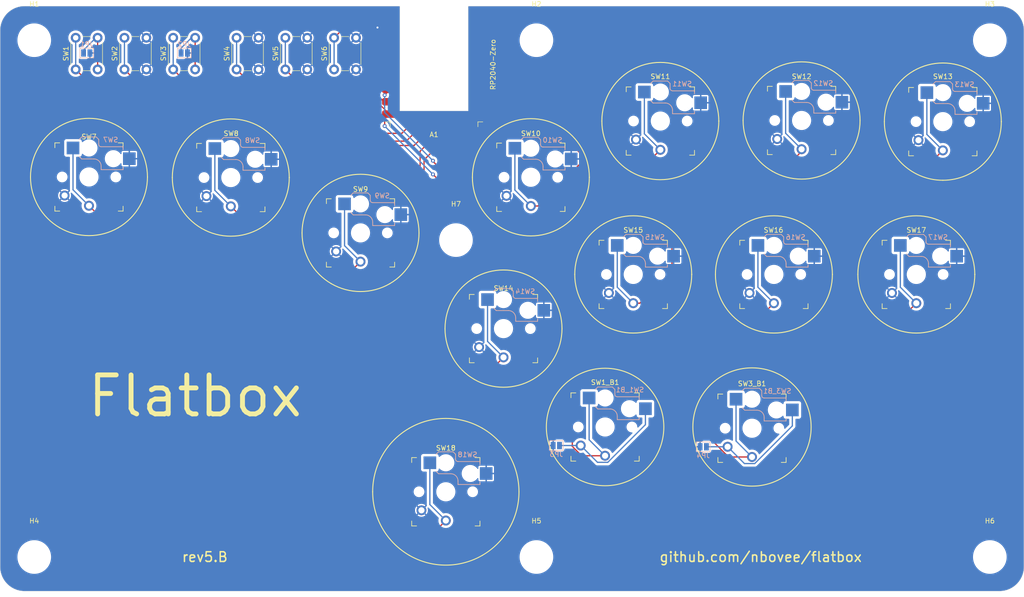
<source format=kicad_pcb>
(kicad_pcb (version 20221018) (generator pcbnew)
  (layers (0 "F.Cu" signal) (31 "B.Cu" signal) (34 "B.Paste" user) (35 "F.Paste" user) (36 "B.SilkS" user "B.Silkscreen") (37 "F.SilkS" user "F.Silkscreen") (38 "B.Mask" user) (39 "F.Mask" user) (44 "Edge.Cuts" user))
  (net 0 "")
  (net 1 "GND")
  (net 2 "LEFT")
  (net 3 "DOWN")
  (net 4 "RIGHT")
  (net 5 "UP")
  (net 6 "L1")
  (net 7 "R1")
  (net 8 "TRIANGLE")
  (net 9 "SQUARE")
  (net 10 "CIRCLE")
  (net 11 "CROSS")
  (net 12 "R2")
  (net 13 "L2")
  (net 14 "OPT2")
  (net 17 "L3")
  (net 18 "R3")
  (net 21 "SELECT")
  (net 22 "HOME")
  (net 23 "START")
  (net 24 "Net-(JP1-B)")
  (net 25 "Net-(JP2-B)")
  (net 26 "Net-(JP3-B)")
  (net 27 "Net-(JP4-B)")
  (footprint "Kailh:Kailh_socket_PG1350_optional" (layer "F.Cu") (at 87.32 65.17)
    (fp_text reference "SW8")
    (fp_text value "SW_Push")
  )
  (footprint "Kailh:Kailh_socket_PG1350_optional" (layer "F.Cu") (at 113.92 76.52)
    (fp_text reference "SW9")
    (fp_text value "SW_Push")
  )
  (footprint "Kailh:Kailh_socket_PG1350_optional" (layer "F.Cu") (at 131.42 129.62)
    (fp_text reference "SW18")
    (fp_text value "SW_Push")
  )
  (footprint "Kailh:Kailh_socket_PG1350_optional" (layer "F.Cu") (at 148.86 65.11)
    (fp_text reference "SW10")
    (fp_text value "SW_Push")
  )
  (footprint "Kailh:Kailh_socket_PG1350_optional" (layer "F.Cu") (at 175.42 53.58)
    (fp_text reference "SW11")
    (fp_text value "SW_Push")
  )
  (footprint "Kailh:Kailh_socket_PG1350_optional" (layer "F.Cu") (at 204.39 53.46)
    (fp_text reference "SW12")
    (fp_text value "SW_Push")
  )
  (footprint "Kailh:Kailh_socket_PG1350_optional" (layer "F.Cu") (at 233.36 53.7)
    (fp_text reference "SW13")
    (fp_text value "SW_Push")
  )
  (footprint "Kailh:Kailh_socket_PG1350_optional" (layer "F.Cu") (at 143.25 96.15)
    (fp_text reference "SW14")
    (fp_text value "SW_Push")
  )
  (footprint "Kailh:Kailh_socket_PG1350_optional" (layer "F.Cu") (at 169.86 85.04)
    (fp_text reference "SW15")
    (fp_text value "SW_Push")
  )
  (footprint "Kailh:Kailh_socket_PG1350_optional" (layer "F.Cu") (at 198.71 85.04)
    (fp_text reference "SW16")
    (fp_text value "SW_Push")
  )
  (footprint "Kailh:Kailh_socket_PG1350_optional" (layer "F.Cu") (at 227.92 85.04)
    (fp_text reference "SW17")
    (fp_text value "SW_Push")
  )
  (footprint "MountingHole:MountingHole_6.4mm_M6" (layer "F.Cu") (at 47 37)
    (fp_text reference "H1")
    (fp_text value "MountingHole")
  )
  (footprint "MountingHole:MountingHole_6.4mm_M6" (layer "F.Cu") (at 47 143)
    (fp_text reference "H4")
    (fp_text value "MountingHole")
  )
  (footprint "MountingHole:MountingHole_6.4mm_M6" (layer "F.Cu") (at 243 143)
    (fp_text reference "H6")
    (fp_text value "MountingHole")
  )
  (footprint "MountingHole:MountingHole_6.4mm_M6" (layer "F.Cu") (at 243 37)
    (fp_text reference "H3")
    (fp_text value "MountingHole")
  )
  (footprint "Kailh:Kailh_socket_PG1350_optional" (layer "F.Cu") (at 58.225 65.05)
    (fp_text reference "SW7")
    (fp_text value "SW_Push")
  )
  (footprint "MountingHole:MountingHole_6.4mm_M6" (layer "F.Cu") (at 150 37)
    (fp_text reference "H2")
    (fp_text value "MountingHole")
  )
  (footprint "Button_Switch_THT:SW_PUSH_6mm_H5mm" (layer "F.Cu") (at 88.5 43 90)
    (fp_text reference "SW4")
    (fp_text value "SW_Push")
  )
  (footprint "Button_Switch_THT:SW_PUSH_6mm_H5mm" (layer "F.Cu") (at 65.5 43 90)
    (fp_text reference "SW2")
    (fp_text value "SW_Push")
  )
  (footprint "Button_Switch_THT:SW_PUSH_6mm_H5mm" (layer "F.Cu") (at 98.5 43 90)
    (fp_text reference "SW5")
    (fp_text value "SW_Push")
  )
  (footprint "Kailh:Kailh_socket_PG1350_optional" (layer "F.Cu") (at 164.084 116.332)
    (fp_text reference "SW1_B1")
    (fp_text value "SW_Push")
  )
  (footprint "Kailh:Kailh_socket_PG1350_optional" (layer "F.Cu") (at 194.218111 116.586)
    (fp_text reference "SW3_B1")
    (fp_text value "SW_Push")
  )
  (footprint "Button_Switch_THT:SW_PUSH_6mm_H5mm" (layer "F.Cu") (at 108.5 43 90)
    (fp_text reference "SW6")
    (fp_text value "SW_Push")
  )
  (footprint "MountingHole:MountingHole_6.4mm_M6" (layer "F.Cu") (at 133.5 78)
    (fp_text reference "H7")
    (fp_text value "MountingHole")
  )
  (footprint "MountingHole:MountingHole_6.4mm_M6" (layer "F.Cu") (at 150 143)
    (fp_text reference "H5")
    (fp_text value "MountingHole")
  )
  (footprint "RP2040-Zero:RP2040-Zero" (layer "F.Cu") (at 129 42)
    (fp_text reference "A1")
    (fp_text value "RP2040-Zero")
  )
  (footprint "Button_Switch_THT:SW_PUSH_6mm_H5mm" (layer "F.Cu") (at 75.5 43 90)
    (fp_text reference "SW3")
    (fp_text value "SW_Push")
  )
  (footprint "Button_Switch_THT:SW_PUSH_6mm_H5mm" (layer "F.Cu") (at 55.5 43 90)
    (fp_text reference "SW1")
    (fp_text value "SW_Push")
  )
  (footprint "Jumper:SolderJumper-2_P1.3mm_Open_Pad1.0x1.5mm" (layer "B.Cu") (at 154.084 120.132)
    (fp_text reference "JP3")
    (fp_text value "SW1B_JP")
  )
  (footprint "Jumper:SolderJumper-2_P1.3mm_Open_Pad1.0x1.5mm" (layer "B.Cu") (at 57.77 39.624 180)
    (fp_text reference "JP1")
    (fp_text value "SW1_JP")
  )
  (footprint "Jumper:SolderJumper-2_P1.3mm_Open_Pad1.0x1.5mm" (layer "B.Cu") (at 184.218111 120.386)
    (fp_text reference "JP4")
    (fp_text value "SW3B_JP")
  )
  (footprint "Jumper:SolderJumper-2_P1.3mm_Open_Pad1.0x1.5mm" (layer "B.Cu") (at 77.77 39.624 180)
    (fp_text reference "JP2")
    (fp_text value "SW3_JP")
  )
  (gr_line (start 216.382567 53.463258) (end 216.382567 53.463258) (stroke (width 0.2)) (layer "F.SilkS"))
  (gr_circle (center 164.084 116.332) (end 176.132278 116.332) (stroke (width 0.2)) (fill none) (layer "F.SilkS"))
  (gr_line (start 245.355098 53.699766) (end 245.355098 53.699766) (stroke (width 0.2)) (layer "F.SilkS"))
  (gr_curve (pts (xy 75.320345 65.17053) (xy 75.320345 60.873617) (xy 77.606529 56.903105) (xy 81.317714 54.754648)) (stroke (width 0.2)) (layer "F.SilkS"))
  (gr_curve (pts (xy 93.312452 54.754648) (xy 97.023636 56.903105) (xy 99.309821 60.873617) (xy 99.309821 65.17053)) (stroke (width 0.2)) (layer "F.SilkS"))
  (gr_curve (pts (xy 181.412661 63.9974) (xy 177.701476 66.145857) (xy 173.129108 66.145857) (xy 169.417923 63.9974)) (stroke (width 0.2)) (layer "F.SilkS"))
  (gr_curve (pts (xy 233.918028 74.621539) (xy 237.629213 76.769996) (xy 239.915397 80.740507) (xy 239.915397 85.037421)) (stroke (width 0.2)) (layer "F.SilkS"))
  (gr_line (start 187.41003 53.581518) (end 187.41003 53.581518) (stroke (width 0.2)) (layer "F.SilkS"))
  (gr_curve (pts (xy 233.918028 95.453303) (xy 230.206843 97.601759) (xy 225.634475 97.601759) (xy 221.92329 95.453303)) (stroke (width 0.2)) (layer "F.SilkS"))
  (gr_curve (pts (xy 123.913745 142.649412) (xy 119.271238 139.9618) (xy 116.411337 134.994889) (xy 116.411337 129.619665)) (stroke (width 0.2)) (layer "F.SilkS"))
  (gr_curve (pts (xy 204.70893 95.453303) (xy 200.997745 97.601759) (xy 196.425377 97.601759) (xy 192.714192 95.453303)) (stroke (width 0.2)) (layer "F.SilkS"))
  (gr_curve (pts (xy 192.714192 74.621539) (xy 196.425377 72.473082) (xy 200.997745 72.473082) (xy 204.70893 74.621539)) (stroke (width 0.2)) (layer "F.SilkS"))
  (gr_curve (pts (xy 239.915397 85.037421) (xy 239.915397 89.334334) (xy 237.629213 93.304846) (xy 233.918028 95.453303)) (stroke (width 0.2)) (layer "F.SilkS"))
  (gr_curve (pts (xy 142.865684 75.530868) (xy 139.154499 73.382411) (xy 136.868315 69.4119) (xy 136.868315 65.114986)) (stroke (width 0.2)) (layer "F.SilkS"))
  (gr_curve (pts (xy 210.706299 85.037421) (xy 210.706299 89.334334) (xy 208.420115 93.304846) (xy 204.70893 95.453303)) (stroke (width 0.2)) (layer "F.SilkS"))
  (gr_curve (pts (xy 210.385198 43.047376) (xy 214.096383 45.195832) (xy 216.382567 49.166344) (xy 216.382567 53.463258)) (stroke (width 0.2)) (layer "F.SilkS"))
  (gr_line (start 181.852021 85.037421) (end 181.852021 85.037421) (stroke (width 0.2)) (layer "F.SilkS"))
  (gr_curve (pts (xy 221.92329 95.453303) (xy 218.212105 93.304846) (xy 215.925921 89.334334) (xy 215.925921 85.037421)) (stroke (width 0.2)) (layer "F.SilkS"))
  (gr_curve (pts (xy 93.312452 75.586412) (xy 89.601267 77.734869) (xy 85.028899 77.734869) (xy 81.317714 75.586412)) (stroke (width 0.2)) (layer "F.SilkS"))
  (gr_curve (pts (xy 175.854652 95.453303) (xy 172.143467 97.601759) (xy 167.571099 97.601759) (xy 163.859914 95.453303)) (stroke (width 0.2)) (layer "F.SilkS"))
  (gr_line (start 239.915397 85.037421) (end 239.915397 85.037421) (stroke (width 0.2)) (layer "F.SilkS"))
  (gr_curve (pts (xy 186.716823 85.037421) (xy 186.716823 80.740507) (xy 189.003008 76.769996) (xy 192.714192 74.621539)) (stroke (width 0.2)) (layer "F.SilkS"))
  (gr_curve (pts (xy 138.918561 142.649412) (xy 134.276055 145.337024) (xy 128.556251 145.337024) (xy 123.913745 142.649412)) (stroke (width 0.2)) (layer "F.SilkS"))
  (gr_curve (pts (xy 169.417923 43.165636) (xy 173.129108 41.01718) (xy 177.701476 41.01718) (xy 181.412661 43.165636)) (stroke (width 0.2)) (layer "F.SilkS"))
  (gr_curve (pts (xy 64.221646 54.636398) (xy 67.932831 56.784855) (xy 70.219015 60.755367) (xy 70.219015 65.05228)) (stroke (width 0.2)) (layer "F.SilkS"))
  (gr_curve (pts (xy 245.355098 53.699766) (xy 245.355097 60.342218) (xy 239.98487 65.72699) (xy 233.36036 65.72699)) (stroke (width 0.2)) (layer "F.SilkS"))
  (gr_curve (pts (xy 160.857791 65.114986) (xy 160.857791 69.4119) (xy 158.571607 73.382411) (xy 154.860422 75.530868)) (stroke (width 0.2)) (layer "F.SilkS"))
  (gr_curve (pts (xy 52.226909 54.636398) (xy 55.938093 52.487941) (xy 60.510462 52.487941) (xy 64.221646 54.636398)) (stroke (width 0.2)) (layer "F.SilkS"))
  (gr_curve (pts (xy 131.255108 96.153426) (xy 131.255108 91.856513) (xy 133.541293 87.886001) (xy 137.252477 85.737546)) (stroke (width 0.2)) (layer "F.SilkS"))
  (gr_curve (pts (xy 192.393091 53.463258) (xy 192.393091 49.166344) (xy 194.679275 45.195832) (xy 198.39046 43.047376)) (stroke (width 0.2)) (layer "F.SilkS"))
  (gr_curve (pts (xy 119.919904 86.938924) (xy 116.208719 89.08738) (xy 111.636351 89.08738) (xy 107.925166 86.938924)) (stroke (width 0.2)) (layer "F.SilkS"))
  (gr_curve (pts (xy 101.927798 76.523042) (xy 101.927798 72.226128) (xy 104.213982 68.255617) (xy 107.925166 66.10716)) (stroke (width 0.2)) (layer "F.SilkS"))
  (gr_curve (pts (xy 137.252477 85.737546) (xy 140.963662 83.589088) (xy 145.53603 83.589088) (xy 149.247215 85.737546)) (stroke (width 0.2)) (layer "F.SilkS"))
  (gr_curve (pts (xy 154.860422 54.699104) (xy 158.571607 56.847561) (xy 160.857791 60.818073) (xy 160.857791 65.114986)) (stroke (width 0.2)) (layer "F.SilkS"))
  (gr_curve (pts (xy 221.92329 74.621539) (xy 225.634475 72.473082) (xy 230.206843 72.473082) (xy 233.918028 74.621539)) (stroke (width 0.2)) (layer "F.SilkS"))
  (gr_line (start 155.244584 96.153426) (end 155.244584 96.153426) (stroke (width 0.2)) (layer "F.SilkS"))
  (gr_curve (pts (xy 181.852021 85.037421) (xy 181.852021 89.334334) (xy 179.565837 93.304846) (xy 175.854652 95.453303)) (stroke (width 0.2)) (layer "F.SilkS"))
  (gr_curve (pts (xy 138.918561 116.589918) (xy 143.561067 119.277529) (xy 146.420969 124.244441) (xy 146.420969 129.619665)) (stroke (width 0.2)) (layer "F.SilkS"))
  (gr_circle (center 194.218111 116.332) (end 206.349104 116.332) (stroke (width 0.2)) (fill none) (layer "F.SilkS"))
  (gr_curve (pts (xy 64.221646 75.468162) (xy 60.510462 77.616619) (xy 55.938093 77.616619) (xy 52.226909 75.468162)) (stroke (width 0.2)) (layer "F.SilkS"))
  (gr_curve (pts (xy 227.362991 43.283884) (xy 231.074176 41.135427) (xy 235.646544 41.135427) (xy 239.357729 43.283884)) (stroke (width 0.2)) (layer "F.SilkS"))
  (gr_curve (pts (xy 169.417923 63.9974) (xy 165.706739 61.848943) (xy 163.420555 57.878432) (xy 163.420555 53.581518)) (stroke (width 0.2)) (layer "F.SilkS"))
  (gr_curve (pts (xy 116.411337 129.619665) (xy 116.411337 124.244441) (xy 119.271238 119.277529) (xy 123.913745 116.589918)) (stroke (width 0.2)) (layer "F.SilkS"))
  (gr_line (start 160.857791 65.114986) (end 160.857791 65.114986) (stroke (width 0.2)) (layer "F.SilkS"))
  (gr_curve (pts (xy 149.247215 85.737546) (xy 152.9584 87.886001) (xy 155.244584 91.856513) (xy 155.244584 96.153426)) (stroke (width 0.2)) (layer "F.SilkS"))
  (gr_curve (pts (xy 215.925921 85.037421) (xy 215.925921 80.740507) (xy 218.212105 76.769996) (xy 221.92329 74.621539)) (stroke (width 0.2)) (layer "F.SilkS"))
  (gr_curve (pts (xy 163.859914 95.453303) (xy 160.148729 93.304846) (xy 157.862545 89.334334) (xy 157.862545 85.037421)) (stroke (width 0.2)) (layer "F.SilkS"))
  (gr_curve (pts (xy 181.412661 43.165636) (xy 185.123846 45.314093) (xy 187.41003 49.284605) (xy 187.41003 53.581518)) (stroke (width 0.2)) (layer "F.SilkS"))
  (gr_curve (pts (xy 163.859914 74.621539) (xy 167.571099 72.473082) (xy 172.143467 72.473082) (xy 175.854652 74.621539)) (stroke (width 0.2)) (layer "F.SilkS"))
  (gr_curve (pts (xy 239.357729 43.283884) (xy 243.068914 45.432341) (xy 245.355098 49.402853) (xy 245.355098 53.699766)) (stroke (width 0.2)) (layer "F.SilkS"))
  (gr_curve (pts (xy 70.219015 65.05228) (xy 70.219015 69.349193) (xy 67.932831 73.319705) (xy 64.221646 75.468162)) (stroke (width 0.2)) (layer "F.SilkS"))
  (gr_curve (pts (xy 163.420555 53.581518) (xy 163.420555 49.284605) (xy 165.706739 45.314093) (xy 169.417923 43.165636)) (stroke (width 0.2)) (layer "F.SilkS"))
  (gr_line (start 70.219015 65.05228) (end 70.219015 65.05228) (stroke (width 0.2)) (layer "F.SilkS"))
  (gr_curve (pts (xy 107.925166 66.10716) (xy 111.636351 63.958703) (xy 116.208719 63.958703) (xy 119.919904 66.10716)) (stroke (width 0.2)) (layer "F.SilkS"))
  (gr_curve (pts (xy 146.420969 129.619665) (xy 146.420969 134.994889) (xy 143.561067 139.9618) (xy 138.918561 142.649412)) (stroke (width 0.2)) (layer "F.SilkS"))
  (gr_curve (pts (xy 157.862545 85.037421) (xy 157.862545 80.740507) (xy 160.148729 76.769996) (xy 163.859914 74.621539)) (stroke (width 0.2)) (layer "F.SilkS"))
  (gr_curve (pts (xy 119.919904 66.10716) (xy 123.631089 68.255617) (xy 125.917273 72.226128) (xy 125.917273 76.523042)) (stroke (width 0.2)) (layer "F.SilkS"))
  (gr_curve (pts (xy 123.913745 116.589918) (xy 128.556251 113.902306) (xy 134.276055 113.902306) (xy 138.918561 116.589918)) (stroke (width 0.2)) (layer "F.SilkS"))
  (gr_curve (pts (xy 107.925166 86.938924) (xy 104.213982 84.790467) (xy 101.927798 80.819955) (xy 101.927798 76.523042)) (stroke (width 0.2)) (layer "F.SilkS"))
  (gr_curve (pts (xy 210.385198 63.879139) (xy 206.674013 66.027596) (xy 202.101645 66.027596) (xy 198.39046 63.879139)) (stroke (width 0.2)) (layer "F.SilkS"))
  (gr_curve (pts (xy 221.365622 53.699766) (xy 221.365622 49.402853) (xy 223.651806 45.432341) (xy 227.362991 43.283884)) (stroke (width 0.2)) (layer "F.SilkS"))
  (gr_curve (pts (xy 81.317714 75.586412) (xy 77.606529 73.437955) (xy 75.320345 69.467444) (xy 75.320345 65.17053)) (stroke (width 0.2)) (layer "F.SilkS"))
  (gr_curve (pts (xy 187.41003 53.581518) (xy 187.41003 57.878432) (xy 185.123846 61.848943) (xy 181.412661 63.9974)) (stroke (width 0.2)) (layer "F.SilkS"))
  (gr_curve (pts (xy 198.39046 63.879139) (xy 194.679275 61.730683) (xy 192.393091 57.760171) (xy 192.393091 53.463258)) (stroke (width 0.2)) (layer "F.SilkS"))
  (gr_curve (pts (xy 137.252477 106.569308) (xy 133.541293 104.420852) (xy 131.255108 100.45034) (xy 131.255108 96.153426)) (stroke (width 0.2)) (layer "F.SilkS"))
  (gr_curve (pts (xy 81.317714 54.754648) (xy 85.028899 52.606192) (xy 89.601267 52.606192) (xy 93.312452 54.754648)) (stroke (width 0.2)) (layer "F.SilkS"))
  (gr_curve (pts (xy 136.868315 65.114986) (xy 136.868315 60.818073) (xy 139.154499 56.847561) (xy 142.865684 54.699104)) (stroke (width 0.2)) (layer "F.SilkS"))
  (gr_line (start 125.917273 76.523042) (end 125.917273 76.523042) (stroke (width 0.2)) (layer "F.SilkS"))
  (gr_line (start 99.309821 65.17053) (end 99.309821 65.17053) (stroke (width 0.2)) (layer "F.SilkS"))
  (gr_curve (pts (xy 149.247215 106.569308) (xy 145.53603 108.717765) (xy 140.963662 108.717765) (xy 137.252477 106.569308)) (stroke (width 0.2)) (layer "F.SilkS"))
  (gr_curve (pts (xy 155.244584 96.153426) (xy 155.244584 100.45034) (xy 152.9584 104.420852) (xy 149.247215 106.569308)) (stroke (width 0.2)) (layer "F.SilkS"))
  (gr_curve (pts (xy 99.309821 65.17053) (xy 99.309821 69.467444) (xy 97.023636 73.437955) (xy 93.312452 75.586412)) (stroke (width 0.2)) (layer "F.SilkS"))
  (gr_curve (pts (xy 192.714192 95.453303) (xy 189.003008 93.304846) (xy 186.716823 89.334334) (xy 186.716823 85.037421)) (stroke (width 0.2)) (layer "F.SilkS"))
  (gr_curve (pts (xy 175.854652 74.621539) (xy 179.565837 76.769996) (xy 181.852021 80.740507) (xy 181.852021 85.037421)) (stroke (width 0.2)) (layer "F.SilkS"))
  (gr_curve (pts (xy 52.226909 75.468162) (xy 48.515724 73.319705) (xy 46.22954 69.349193) (xy 46.22954 65.05228)) (stroke (width 0.2)) (layer "F.SilkS"))
  (gr_curve (pts (xy 46.22954 65.05228) (xy 46.22954 60.755367) (xy 48.515724 56.784855) (xy 52.226909 54.636398)) (stroke (width 0.2)) (layer "F.SilkS"))
  (gr_line (start 146.420969 129.619665) (end 146.420969 129.619665) (stroke (width 0.2)) (layer "F.SilkS"))
  (gr_curve (pts (xy 125.917273 76.523042) (xy 125.917273 80.819955) (xy 123.631089 84.790467) (xy 119.919904 86.938924)) (stroke (width 0.2)) (layer "F.SilkS"))
  (gr_curve (pts (xy 233.36036 65.72699) (xy 226.73585 65.72699) (xy 221.365623 60.342218) (xy 221.365622 53.699766)) (stroke (width 0.2)) (layer "F.SilkS"))
  (gr_curve (pts (xy 154.860422 75.530868) (xy 151.149237 77.679325) (xy 146.576869 77.679325) (xy 142.865684 75.530868)) (stroke (width 0.2)) (layer "F.SilkS"))
  (gr_curve (pts (xy 204.70893 74.621539) (xy 208.420115 76.769996) (xy 210.706299 80.740507) (xy 210.706299 85.037421)) (stroke (width 0.2)) (layer "F.SilkS"))
  (gr_curve (pts (xy 198.39046 43.047376) (xy 202.101645 40.898919) (xy 206.674013 40.898919) (xy 210.385198 43.047376)) (stroke (width 0.2)) (layer "F.SilkS"))
  (gr_curve (pts (xy 216.382567 53.463258) (xy 216.382567 57.760171) (xy 214.096383 61.730683) (xy 210.385198 63.879139)) (stroke (width 0.2)) (layer "F.SilkS"))
  (gr_curve (pts (xy 142.865684 54.699104) (xy 146.576869 52.550648) (xy 151.149237 52.550648) (xy 154.860422 54.699104)) (stroke (width 0.2)) (layer "F.SilkS"))
  (gr_line (start 210.706299 85.037421) (end 210.706299 85.037421) (stroke (width 0.2)) (layer "F.SilkS"))
  (gr_line (start 250 35) (end 250 145) (stroke (width 0.05)) (layer "Edge.Cuts"))
  (gr_line (start 245 150) (end 45 150) (stroke (width 0.05)) (layer "Edge.Cuts"))
  (gr_line (start 40 145) (end 40 35) (stroke (width 0.05)) (layer "Edge.Cuts"))
  (gr_line (start 45 30) (end 122 30) (stroke (width 0.05)) (layer "Edge.Cuts"))
  (gr_line (start 136 30) (end 245 30) (stroke (width 0.05)) (layer "Edge.Cuts"))
  (gr_line (start 122 30) (end 122 51.5) (stroke (width 0.05)) (layer "Edge.Cuts"))
  (gr_arc (start 40 35) (mid 41.464466 31.464466) (end 45 30) (stroke (width 0.05)) (layer "Edge.Cuts"))
  (gr_line (start 136 51.5) (end 136 30) (stroke (width 0.05)) (layer "Edge.Cuts"))
  (gr_arc (start 45 150) (mid 41.464466 148.535534) (end 40 145) (stroke (width 0.05)) (layer "Edge.Cuts"))
  (gr_arc (start 250 145) (mid 248.535534 148.535534) (end 245 150) (stroke (width 0.05)) (layer "Edge.Cuts"))
  (gr_arc (start 245 30) (mid 248.535534 31.464466) (end 250 35) (stroke (width 0.05)) (layer "Edge.Cuts"))
  (gr_line (start 122 51.5) (end 136 51.5) (stroke (width 0.05)) (layer "Edge.Cuts"))
  (gr_text "RP2040-Zero" (at 141.1 42 90) (layer "F.SilkS") (effects (font (size 1 1))))
  (gr_text "rev5.B" (at 82 143) (layer "F.SilkS") (effects (font (size 2 2) (thickness 0.3))))
  (gr_text "github.com/nbovee/flatbox" (at 196 143) (layer "F.SilkS") (effects (font (size 2 2) (thickness 0.3))))
  (gr_text "Flatbox" (at 80 110) (layer "F.SilkS") (effects (font (size 8 8) (thickness 1))))
  (segment (start 117.42 34.38) (end 117.4 34.4) (width 0.381) (layer "F.Cu") (net 1))
  (segment (start 119.84 34.38) (end 117.42 34.38) (width 0.381) (layer "F.Cu") (net 1))
  (via (at 117.4 34.4) (size 0.8) (drill 0.4) (layers "F.Cu" "B.Cu") (net 1))
  (segment (start 108.7 51.6) (end 77.15 51.6) (width 0.254) (layer "F.Cu") (net 2))
  (segment (start 68.75 76.9) (end 64.175 76.9) (width 0.254) (layer "F.Cu") (net 2))
  (segment (start 77.15 51.6) (end 72.3 56.45) (width 0.254) (layer "F.Cu") (net 2))
  (segment (start 72.3 73.35) (end 68.75 76.9) (width 0.254) (layer "F.Cu") (net 2))
  (segment (start 122.4 56.1) (end 113.2 56.1) (width 0.254) (layer "F.Cu") (net 2))
  (segment (start 113.2 56.1) (end 108.7 51.6) (width 0.254) (layer "F.Cu") (net 2))
  (segment (start 123.92 53.7) (end 123.92 54.58) (width 0.254) (layer "F.Cu") (net 2))
  (segment (start 72.3 56.45) (end 72.3 73.35) (width 0.254) (layer "F.Cu") (net 2))
  (segment (start 64.175 76.9) (end 58.225 70.95) (width 0.254) (layer "F.Cu") (net 2))
  (segment (start 123.92 54.58) (end 122.4 56.1) (width 0.254) (layer "F.Cu") (net 2))
  (segment (start 58.225 70.95) (end 54.95 67.675) (width 0.254) (layer "B.Cu") (net 2))
  (segment (start 54.95 67.675) (end 54.95 59.1) (width 0.254) (layer "B.Cu") (net 2))
  (segment (start 126.46 54.54) (end 123.3 57.7) (width 0.254) (layer "F.Cu") (net 3))
  (segment (start 112.95 57.7) (end 94.05 76.6) (width 0.254) (layer "F.Cu") (net 3))
  (segment (start 126.46 53.7) (end 126.46 54.54) (width 0.254) (layer "F.Cu") (net 3))
  (segment (start 123.3 57.7) (end 112.95 57.7) (width 0.254) (layer "F.Cu") (net 3))
  (segment (start 92.85 76.6) (end 87.32 71.07) (width 0.254) (layer "F.Cu") (net 3))
  (segment (start 94.05 76.6) (end 92.85 76.6) (width 0.254) (layer "F.Cu") (net 3))
  (segment (start 84.045 59.22) (end 84.045 67.795) (width 0.254) (layer "B.Cu") (net 3))
  (segment (start 84.045 67.795) (end 87.32 71.07) (width 0.254) (layer "B.Cu") (net 3))
  (segment (start 104 88.15) (end 108.19 88.15) (width 0.254) (layer "F.Cu") (net 4))
  (segment (start 108.19 88.15) (end 113.92 82.42) (width 0.254) (layer "F.Cu") (net 4))
  (segment (start 129 54.5) (end 124.9 58.6) (width 0.254) (layer "F.Cu") (net 4))
  (segment (start 124.9 58.6) (end 113.35 58.6) (width 0.254) (layer "F.Cu") (net 4))
  (segment (start 101.15 70.8) (end 101.15 85.3) (width 0.254) (layer "F.Cu") (net 4))
  (segment (start 129 53.7) (end 129 54.5) (width 0.254) (layer "F.Cu") (net 4))
  (segment (start 101.15 85.3) (end 104 88.15) (width 0.254) (layer "F.Cu") (net 4))
  (segment (start 113.35 58.6) (end 101.15 70.8) (width 0.254) (layer "F.Cu") (net 4))
  (segment (start 110.645 70.57) (end 110.645 79.145) (width 0.254) (layer "B.Cu") (net 4))
  (segment (start 110.645 79.145) (end 113.92 82.42) (width 0.254) (layer "B.Cu") (net 4))
  (segment (start 131.54 53.7) (end 131.54 54.36) (width 0.254) (layer "F.Cu") (net 5))
  (segment (start 131.54 54.36) (end 126.14599 59.75401) (width 0.254) (layer "F.Cu") (net 5))
  (segment (start 114.2 140.5) (end 117.45 143.75) (width 0.254) (layer "F.Cu") (net 5))
  (segment (start 126.14599 102.80401) (end 114.2 114.75) (width 0.254) (layer "F.Cu") (net 5))
  (segment (start 117.45 143.75) (end 123.19 143.75) (width 0.254) (layer "F.Cu") (net 5))
  (segment (start 114.2 114.75) (end 114.2 140.5) (width 0.254) (layer "F.Cu") (net 5))
  (segment (start 123.19 143.75) (end 131.42 135.52) (width 0.254) (layer "F.Cu") (net 5))
  (segment (start 126.14599 59.75401) (end 126.14599 102.80401) (width 0.254) (layer "F.Cu") (net 5))
  (segment (start 128.145 123.67) (end 128.145 132.245) (width 0.254) (layer "B.Cu") (net 5))
  (segment (start 128.145 132.245) (end 131.42 135.52) (width 0.254) (layer "B.Cu") (net 5))
  (segment (start 138.16 36.92) (end 138.92 36.92) (width 0.254) (layer "F.Cu") (net 6))
  (segment (start 153.375 46.6) (end 161.575 38.4) (width 0.254) (layer "F.Cu") (net 6))
  (segment (start 138.92 36.92) (end 148.6 46.6) (width 0.254) (layer "F.Cu") (net 6))
  (segment (start 227.81 65.15) (end 233.36 59.6) (width 0.254) (layer "F.Cu") (net 6))
  (segment (start 223.4 65.15) (end 227.81 65.15) (width 0.254) (layer "F.Cu") (net 6))
  (segment (start 148.6 46.6) (end 153.375 46.6) (width 0.254) (layer "F.Cu") (net 6))
  (segment (start 161.575 38.4) (end 210.45 38.4) (width 0.254) (layer "F.Cu") (net 6))
  (segment (start 210.45 38.4) (end 219.8 47.75) (width 0.254) (layer "F.Cu") (net 6))
  (segment (start 219.8 47.75) (end 219.8 61.55) (width 0.254) (layer "F.Cu") (net 6))
  (segment (start 219.8 61.55) (end 223.4 65.15) (width 0.254) (layer "F.Cu") (net 6))
  (segment (start 230.085 56.325) (end 233.36 59.6) (width 0.254) (layer "B.Cu") (net 6))
  (segment (start 230.085 47.75) (end 230.085 56.325) (width 0.254) (layer "B.Cu") (net 6))
  (segment (start 139 42) (end 145.2 48.2) (width 0.254) (layer "F.Cu") (net 7))
  (segment (start 190.9 62.85) (end 193.9 65.85) (width 0.254) (layer "F.Cu") (net 7))
  (segment (start 145.2 48.2) (end 154.2 48.2) (width 0.254) (layer "F.Cu") (net 7))
  (segment (start 204.39 59.81) (end 204.39 59.36) (width 0.254) (layer "F.Cu") (net 7))
  (segment (start 198.35 65.85) (end 204.39 59.81) (width 0.254) (layer "F.Cu") (net 7))
  (segment (start 154.2 48.2) (end 162.4 40) (width 0.254) (layer "F.Cu") (net 7))
  (segment (start 193.9 65.85) (end 198.35 65.85) (width 0.254) (layer "F.Cu") (net 7))
  (segment (start 184.25 40) (end 190.9 46.65) (width 0.254) (layer "F.Cu") (net 7))
  (segment (start 162.4 40) (end 184.25 40) (width 0.254) (layer "F.Cu") (net 7))
  (segment (start 190.9 46.65) (end 190.9 62.85) (width 0.254) (layer "F.Cu") (net 7))
  (segment (start 201.115 47.51) (end 201.115 56.085) (width 0.254) (layer "B.Cu") (net 7))
  (segment (start 201.115 56.085) (end 204.39 59.36) (width 0.254) (layer "B.Cu") (net 7))
  (segment (start 138.16 47.08) (end 139.08 47.08) (width 0.254) (layer "F.Cu") (net 8))
  (segment (start 157 51.6) (end 162.65 57.25) (width 0.254) (layer "F.Cu") (net 8))
  (segment (start 143.6 51.6) (end 157 51.6) (width 0.254) (layer "F.Cu") (net 8))
  (segment (start 162.65 57.25) (end 162.65 61.75) (width 0.254) (layer "F.Cu") (net 8))
  (segment (start 169.85 65.05) (end 175.42 59.48) (width 0.254) (layer "F.Cu") (net 8))
  (segment (start 165.95 65.05) (end 169.85 65.05) (width 0.254) (layer "F.Cu") (net 8))
  (segment (start 162.65 61.75) (end 165.95 65.05) (width 0.254) (layer "F.Cu") (net 8))
  (segment (start 139.08 47.08) (end 143.6 51.6) (width 0.254) (layer "F.Cu") (net 8))
  (segment (start 172.145 47.63) (end 172.145 56.205) (width 0.254) (layer "B.Cu") (net 8))
  (segment (start 172.145 56.205) (end 175.42 59.48) (width 0.254) (layer "B.Cu") (net 8))
  (segment (start 159.004 60.198) (end 159.004 62.30284) (width 0.254) (layer "F.Cu") (net 9))
  (segment (start 139.954 53.848) (end 152.654 53.848) (width 0.254) (layer "F.Cu") (net 9))
  (segment (start 138.266 52.16) (end 139.954 53.848) (width 0.254) (layer "F.Cu") (net 9))
  (segment (start 150.29684 71.01) (end 148.86 71.01) (width 0.254) (layer "F.Cu") (net 9))
  (segment (start 152.654 53.848) (end 159.004 60.198) (width 0.254) (layer "F.Cu") (net 9))
  (segment (start 138.16 52.16) (end 138.266 52.16) (width 0.254) (layer "F.Cu") (net 9))
  (segment (start 159.004 62.30284) (end 150.29684 71.01) (width 0.254) (layer "F.Cu") (net 9))
  (segment (start 145.585 59.16) (end 145.585 67.735) (width 0.254) (layer "B.Cu") (net 9))
  (segment (start 145.585 67.735) (end 148.86 71.01) (width 0.254) (layer "B.Cu") (net 9))
  (segment (start 177.727948 77.47) (end 177.8 77.47) (width 0.254) (layer "F.Cu") (net 10))
  (segment (start 171.196513 90.94) (end 169.86 90.94) (width 0.254) (layer "F.Cu") (net 10))
  (segment (start 141.372 52.832) (end 153.089948 52.832) (width 0.254) (layer "F.Cu") (net 10))
  (segment (start 177.8 77.47) (end 177.8 84.336513) (width 0.254) (layer "F.Cu") (net 10))
  (segment (start 177.8 84.336513) (end 171.196513 90.94) (width 0.254) (layer "F.Cu") (net 10))
  (segment (start 138.16 49.62) (end 141.372 52.832) (width 0.254) (layer "F.Cu") (net 10))
  (segment (start 153.089948 52.832) (end 177.727948 77.47) (width 0.254) (layer "F.Cu") (net 10))
  (segment (start 166.585 79.09) (end 166.585 87.665) (width 0.254) (layer "B.Cu") (net 10))
  (segment (start 166.585 87.665) (end 169.86 90.94) (width 0.254) (layer "B.Cu") (net 10))
  (segment (start 134.08 53.7) (end 134.08 54.42) (width 0.254) (layer "F.Cu") (net 11))
  (segment (start 137.25 108.05) (end 143.25 102.05) (width 0.254) (layer "F.Cu") (net 11))
  (segment (start 126.95 61.55) (end 126.95 102.8) (width 0.254) (layer "F.Cu") (net 11))
  (segment (start 132.2 108.05) (end 137.25 108.05) (width 0.254) (layer "F.Cu") (net 11))
  (segment (start 134.08 54.42) (end 126.95 61.55) (width 0.254) (layer "F.Cu") (net 11))
  (segment (start 126.95 102.8) (end 132.2 108.05) (width 0.254) (layer "F.Cu") (net 11))
  (segment (start 139.975 90.2) (end 139.975 98.775) (width 0.254) (layer "B.Cu") (net 11))
  (segment (start 139.975 98.775) (end 143.25 102.05) (width 0.254) (layer "B.Cu") (net 11))
  (segment (start 188.7 75.35) (end 184.25 79.8) (width 0.254) (layer "F.Cu") (net 12))
  (segment (start 182.35 40.8) (end 188.7 47.15) (width 0.254) (layer "F.Cu") (net 12))
  (segment (start 192.6 97.05) (end 198.71 90.94) (width 0.254) (layer "F.Cu") (net 12))
  (segment (start 138.16 44.54) (end 139.04 44.54) (width 0.254) (layer "F.Cu") (net 12))
  (segment (start 154.6 49) (end 162.8 40.8) (width 0.254) (layer "F.Cu") (net 12))
  (segment (start 188.7 47.15) (end 188.7 75.35) (width 0.254) (layer "F.Cu") (net 12))
  (segment (start 139.04 44.54) (end 143.5 49) (width 0.254) (layer "F.Cu") (net 12))
  (segment (start 184.25 92.7) (end 188.6 97.05) (width 0.254) (layer "F.Cu") (net 12))
  (segment (start 162.8 40.8) (end 182.35 40.8) (width 0.254) (layer "F.Cu") (net 12))
  (segment (start 188.6 97.05) (end 192.6 97.05) (width 0.254) (layer "F.Cu") (net 12))
  (segment (start 184.25 79.8) (end 184.25 92.7) (width 0.254) (layer "F.Cu") (net 12))
  (segment (start 143.5 49) (end 154.6 49) (width 0.254) (layer "F.Cu") (net 12))
  (segment (start 195.435 79.09) (end 195.435 87.665) (width 0.254) (layer "B.Cu") (net 12))
  (segment (start 195.435 87.665) (end 198.71 90.94) (width 0.254) (layer "B.Cu") (net 12))
  (segment (start 208.6 39.2) (end 218 48.6) (width 0.254) (layer "F.Cu") (net 13))
  (segment (start 214 79.25) (end 214 93.75) (width 0.254) (layer "F.Cu") (net 13))
  (segment (start 162 39.2) (end 208.6 39.2) (width 0.254) (layer "F.Cu") (net 13))
  (segment (start 218 75.25) (end 214 79.25) (width 0.254) (layer "F.Cu") (net 13))
  (segment (start 217.25 97) (end 221.86 97) (width 0.254) (layer "F.Cu") (net 13))
  (segment (start 138.16 39.46) (end 139.06 39.46) (width 0.254) (layer "F.Cu") (net 13))
  (segment (start 214 93.75) (end 217.25 97) (width 0.254) (layer "F.Cu") (net 13))
  (segment (start 221.86 97) (end 227.92 90.94) (width 0.254) (layer "F.Cu") (net 13))
  (segment (start 139.06 39.46) (end 147 47.4) (width 0.254) (layer "F.Cu") (net 13))
  (segment (start 218 48.6) (end 218 75.25) (width 0.254) (layer "F.Cu") (net 13))
  (segment (start 147 47.4) (end 153.8 47.4) (width 0.254) (layer "F.Cu") (net 13))
  (segment (start 153.8 47.4) (end 162 39.2) (width 0.254) (layer "F.Cu") (net 13))
  (segment (start 224.645 87.665) (end 227.92 90.94) (width 0.254) (layer "B.Cu") (net 13))
  (segment (start 224.645 79.09) (end 224.645 87.665) (width 0.254) (layer "B.Cu") (net 13))
  (segment (start 70.5 48) (end 65.5 43) (width 0.254) (layer "F.Cu") (net 14))
  (segment (start 118.72 49.62) (end 117.1 48) (width 0.254) (layer "F.Cu") (net 14))
  (segment (start 119.84 49.62) (end 118.72 49.62) (width 0.254) (layer "F.Cu") (net 14))
  (segment (start 117.1 48) (end 70.5 48) (width 0.254) (layer "F.Cu") (net 14))
  (segment (start 65.5 36.5) (end 65.5 43) (width 0.254) (layer "B.Cu") (net 14))
  (segment (start 159.28471 122.232) (end 164.084 122.232) (width 0.254) (layer "F.Cu") (net 17))
  (segment (start 157.3561 93.0941) (end 157.3561 120.303389) (width 0.254) (layer "F.Cu") (net 17))
  (segment (start 116.575 48.895) (end 119.84 52.16) (width 0.254) (layer "F.Cu") (net 17))
  (segment (start 119.84 52.16) (end 118.872 53.128) (width 0.254) (layer "F.Cu") (net 17))
  (segment (start 118.872 53.128) (end 118.872 54.61) (width 0.254) (layer "F.Cu") (net 17))
  (segment (start 128.778 64.516) (end 157.3561 93.0941) (width 0.254) (layer "F.Cu") (net 17))
  (segment (start 157.3561 120.303389) (end 159.28471 122.232) (width 0.254) (layer "F.Cu") (net 17))
  (segment (start 61.395 48.895) (end 116.575 48.895) (width 0.254) (layer "F.Cu") (net 17))
  (segment (start 55.5 43) (end 61.395 48.895) (width 0.254) (layer "F.Cu") (net 17))
  (via (at 128.778 64.516) (size 0.8) (drill 0.4) (layers "F.Cu" "B.Cu") (net 17))
  (via (at 118.872 54.61) (size 0.8) (drill 0.4) (layers "F.Cu" "B.Cu") (net 17))
  (segment (start 160.809 110.382) (end 160.809 118.957) (width 0.254) (layer "B.Cu") (net 17))
  (segment (start 55.5 36.5) (end 55.5 43) (width 0.254) (layer "B.Cu") (net 17))
  (segment (start 118.872 54.61) (end 128.778 64.516) (width 0.254) (layer "B.Cu") (net 17))
  (segment (start 160.809 118.957) (end 164.084 122.232) (width 0.254) (layer "B.Cu") (net 17))
  (segment (start 128.778 61.722) (end 128.778 61.845178) (width 0.254) (layer "F.Cu") (net 18))
  (segment (start 128.778 61.845178) (end 189.418822 122.486) (width 0.254) (layer "F.Cu") (net 18))
  (segment (start 119.84 47.08) (end 119.84 47.2905) (width 0.254) (layer "F.Cu") (net 18))
  (segment (start 79.58 47.08) (end 119.84 47.08) (width 0.254) (layer "F.Cu") (net 18))
  (segment (start 119.84 47.2905) (end 118.872 48.2585) (width 0.254) (layer "F.Cu") (net 18))
  (segment (start 189.418822 122.486) (end 194.218111 122.486) (width 0.254) (layer "F.Cu") (net 18))
  (segment (start 75.5 43) (end 79.58 47.08) (width 0.254) (layer "F.Cu") (net 18))
  (via (at 128.778 61.722) (size 0.8) (drill 0.4) (layers "F.Cu" "B.Cu") (net 18))
  (via (at 118.872 48.2585) (size 0.8) (drill 0.4) (layers "F.Cu" "B.Cu") (net 18))
  (segment (start 118.872 48.2585) (end 118.872 51.816) (width 0.254) (layer "B.Cu") (net 18))
  (segment (start 190.943111 119.211) (end 194.218111 122.486) (width 0.254) (layer "B.Cu") (net 18))
  (segment (start 118.872 51.816) (end 128.778 61.722) (width 0.254) (layer "B.Cu") (net 18))
  (segment (start 75.5 36.5) (end 75.5 43) (width 0.254) (layer "B.Cu") (net 18))
  (segment (start 190.943111 110.636) (end 190.943111 119.211) (width 0.254) (layer "B.Cu") (net 18))
  (segment (start 91.9 46.4) (end 88.5 43) (width 0.254) (layer "F.Cu") (net 21))
  (segment (start 117.05 46.4) (end 91.9 46.4) (width 0.254) (layer "F.Cu") (net 21))
  (segment (start 118.91 44.54) (end 117.05 46.4) (width 0.254) (layer "F.Cu") (net 21))
  (segment (start 119.84 44.54) (end 118.91 44.54) (width 0.254) (layer "F.Cu") (net 21))
  (segment (start 88.5 36.5) (end 88.5 43) (width 0.254) (layer "B.Cu") (net 21))
  (segment (start 119.84 42) (end 119.1 42) (width 0.254) (layer "F.Cu") (net 22))
  (segment (start 101.1 45.6) (end 98.5 43) (width 0.254) (layer "F.Cu") (net 22))
  (segment (start 119.1 42) (end 115.5 45.6) (width 0.254) (layer "F.Cu") (net 22))
  (segment (start 115.5 45.6) (end 101.1 45.6) (width 0.254) (layer "F.Cu") (net 22))
  (segment (start 98.5 36.5) (end 98.5 43) (width 0.254) (layer "B.Cu") (net 22))
  (segment (start 119.16 39.46) (end 119.84 39.46) (width 0.254) (layer "F.Cu") (net 23))
  (segment (start 110.7 34.3) (end 114 34.3) (width 0.254) (layer "F.Cu") (net 23))
  (segment (start 114 34.3) (end 119.16 39.46) (width 0.254) (layer "F.Cu") (net 23))
  (segment (start 108.5 36.5) (end 110.7 34.3) (width 0.254) (layer "F.Cu") (net 23))
  (segment (start 108.5 36.5) (end 108.5 43) (width 0.254) (layer "B.Cu") (net 23))
  (segment (start 60 43) (end 60 36.5) (width 0.254) (layer "F.Cu") (net 24))
  (segment (start 57.12 39.624) (end 57.12 39.02) (width 0.254) (layer "B.Cu") (net 24))
  (segment (start 59.64 36.5) (end 60 36.5) (width 0.254) (layer "B.Cu") (net 24))
  (segment (start 57.12 39.02) (end 59.64 36.5) (width 0.254) (layer "B.Cu") (net 24))
  (segment (start 80 43) (end 80 36.5) (width 0.254) (layer "F.Cu") (net 25))
  (segment (start 77.12 38.62) (end 79.24 36.5) (width 0.254) (layer "B.Cu") (net 25))
  (segment (start 79.24 36.5) (end 80 36.5) (width 0.254) (layer "B.Cu") (net 25))
  (segment (start 77.12 39.624) (end 77.12 38.62) (width 0.254) (layer "B.Cu") (net 25))
  (segment (start 164.640289 123.575) (end 172.359 115.856289) (width 0.254) (layer "B.Cu") (net 26))
  (segment (start 162.527 123.575) (end 164.640289 123.575) (width 0.254) (layer "B.Cu") (net 26))
  (segment (start 172.359 115.856289) (end 172.359 112.582) (width 0.254) (layer "B.Cu") (net 26))
  (segment (start 159.084 120.132) (end 154.734 120.132) (width 0.254) (layer "B.Cu") (net 26))
  (segment (start 159.084 120.132) (end 162.527 123.575) (width 0.254) (layer "B.Cu") (net 26))
  (segment (start 192.661111 123.829) (end 189.218111 120.386) (width 0.254) (layer "B.Cu") (net 27))
  (segment (start 184.868111 120.386) (end 189.218111 120.386) (width 0.254) (layer "B.Cu") (net 27))
  (segment (start 202.493111 116.110289) (end 194.7744 123.829) (width 0.254) (layer "B.Cu") (net 27))
  (segment (start 194.7744 123.829) (end 192.661111 123.829) (width 0.254) (layer "B.Cu") (net 27))
  (segment (start 202.493111 112.836) (end 202.493111 116.110289) (width 0.254) (layer "B.Cu") (net 27))
  (zone (net 1) (net_name "GND") (layer "B.Cu") (connect_pads (clearance 0.508)) (min_thickness 0.254) (fill yes (thermal_gap 0.3) (thermal_bridge_width 0.3))
    (polygon (pts (xy 250 150) (xy 40 150) (xy 40 30) (xy 250 30)))
  )
)
</source>
